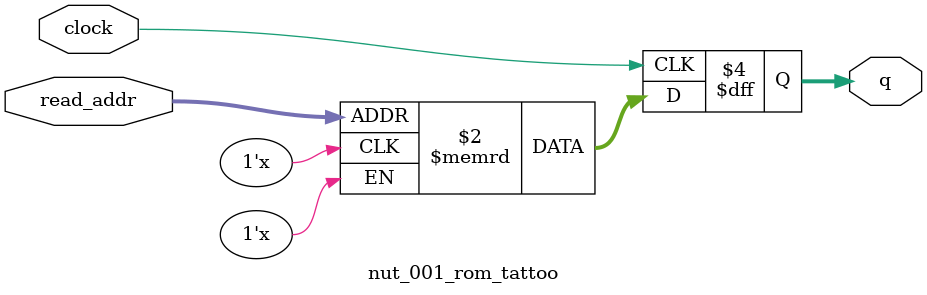
<source format=v>
module nut_001_rom_tattoo (clock,read_addr,q);

parameter ADDR_WIDTH = 8;
parameter DATA_WIDTH = 16;
input clock;
input [ADDR_WIDTH-1:0] read_addr;
output [DATA_WIDTH-1:0] q;
reg [DATA_WIDTH-1:0] q;

// storage space
reg [DATA_WIDTH-1:0] 	 block [2**ADDR_WIDTH-1:0] /* synthesis ram_init_file = nut_001_rom_tattoo.mif */;

// Modelsim memory content initialization
// synthesis translate_off
integer mif,r,line,addr,dat,content;
reg [1024*8:1] str;
initial begin
  mif=$fopen("nut_001_tattoo.mif","r");
  if (mif == 0) begin
    $display("unable to read MIF file");
    $fflush();
    $stop;
  end
  line = 0;
  content = 0;
  r = 1;
  while (r > 0) begin
    r = $fgets(str,mif);
    if (str == "END;\n") content = 0;
    if (content) begin
       $sscanf (str,"%x : %x",addr,dat);
       block[addr] = dat;
    end
    if (str == "CONTENT BEGIN\n") content = 1;
    line=line+1;
  end
  $fclose (mif);
end
// synthesis translate_on
// Modelsim initial value read
initial begin
  q <= 0;

end

// Registered read
always @(posedge clock) begin
  q <= block[read_addr];
end
endmodule


</source>
